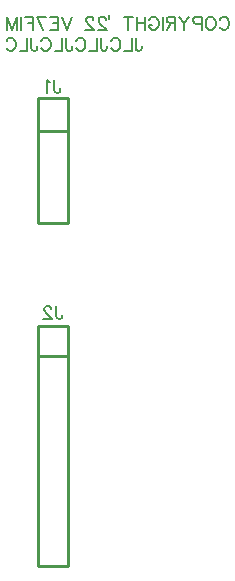
<source format=gbo>
G04 Layer: BottomSilkscreenLayer*
G04 Panelize: , Column: 2, Row: 2, Board Size: 27.94mm x 58.42mm, Panelized Board Size: 57.88mm x 118.84mm*
G04 EasyEDA v6.5.34, 2023-08-01 23:33:27*
G04 b51b2e2071534479880d9ec3b26c503f,5a6b42c53f6a479593ecc07194224c93,10*
G04 Gerber Generator version 0.2*
G04 Scale: 100 percent, Rotated: No, Reflected: No *
G04 Dimensions in millimeters *
G04 leading zeros omitted , absolute positions ,4 integer and 5 decimal *
%FSLAX45Y45*%
%MOMM*%

%ADD10C,0.1524*%
%ADD11C,0.1520*%
%ADD12C,0.2540*%

%LPD*%
D10*
X2589062Y5575752D02*
G01*
X2594259Y5586143D01*
X2604650Y5596534D01*
X2615039Y5601728D01*
X2635821Y5601728D01*
X2646212Y5596534D01*
X2656603Y5586143D01*
X2661800Y5575752D01*
X2666994Y5560164D01*
X2666994Y5534187D01*
X2661800Y5518602D01*
X2656603Y5508210D01*
X2646212Y5497819D01*
X2635821Y5492625D01*
X2615039Y5492625D01*
X2604650Y5497819D01*
X2594259Y5508210D01*
X2589062Y5518602D01*
X2523599Y5601728D02*
G01*
X2533990Y5596534D01*
X2544381Y5586143D01*
X2549578Y5575752D01*
X2554772Y5560164D01*
X2554772Y5534187D01*
X2549578Y5518602D01*
X2544381Y5508210D01*
X2533990Y5497819D01*
X2523599Y5492625D01*
X2502819Y5492625D01*
X2492428Y5497819D01*
X2482037Y5508210D01*
X2476840Y5518602D01*
X2471646Y5534187D01*
X2471646Y5560164D01*
X2476840Y5575752D01*
X2482037Y5586143D01*
X2492428Y5596534D01*
X2502819Y5601728D01*
X2523599Y5601728D01*
X2437356Y5601728D02*
G01*
X2437356Y5492625D01*
X2437356Y5601728D02*
G01*
X2390597Y5601728D01*
X2375009Y5596534D01*
X2369814Y5591337D01*
X2364620Y5580946D01*
X2364620Y5565360D01*
X2369814Y5554969D01*
X2375009Y5549775D01*
X2390597Y5544578D01*
X2437356Y5544578D01*
X2330330Y5601728D02*
G01*
X2288766Y5549775D01*
X2288766Y5492625D01*
X2247201Y5601728D02*
G01*
X2288766Y5549775D01*
X2212911Y5601728D02*
G01*
X2212911Y5492625D01*
X2212911Y5601728D02*
G01*
X2166152Y5601728D01*
X2150567Y5596534D01*
X2145370Y5591337D01*
X2140176Y5580946D01*
X2140176Y5570555D01*
X2145370Y5560164D01*
X2150567Y5554969D01*
X2166152Y5549775D01*
X2212911Y5549775D01*
X2176543Y5549775D02*
G01*
X2140176Y5492625D01*
X2105886Y5601728D02*
G01*
X2105886Y5492625D01*
X1993663Y5575752D02*
G01*
X1998860Y5586143D01*
X2009249Y5596534D01*
X2019640Y5601728D01*
X2040422Y5601728D01*
X2050813Y5596534D01*
X2061204Y5586143D01*
X2066399Y5575752D01*
X2071596Y5560164D01*
X2071596Y5534187D01*
X2066399Y5518602D01*
X2061204Y5508210D01*
X2050813Y5497819D01*
X2040422Y5492625D01*
X2019640Y5492625D01*
X2009249Y5497819D01*
X1998860Y5508210D01*
X1993663Y5518602D01*
X1993663Y5534187D01*
X2019640Y5534187D02*
G01*
X1993663Y5534187D01*
X1959373Y5601728D02*
G01*
X1959373Y5492625D01*
X1886638Y5601728D02*
G01*
X1886638Y5492625D01*
X1959373Y5549775D02*
G01*
X1886638Y5549775D01*
X1815980Y5601728D02*
G01*
X1815980Y5492625D01*
X1852348Y5601728D02*
G01*
X1779610Y5601728D01*
X1654919Y5617314D02*
G01*
X1654919Y5586143D01*
X1625826Y5575752D02*
G01*
X1625826Y5580946D01*
X1620629Y5591337D01*
X1615434Y5596534D01*
X1605043Y5601728D01*
X1584261Y5601728D01*
X1573870Y5596534D01*
X1568676Y5591337D01*
X1563479Y5580946D01*
X1563479Y5570555D01*
X1568676Y5560164D01*
X1579067Y5544578D01*
X1631020Y5492625D01*
X1558284Y5492625D01*
X1518800Y5575752D02*
G01*
X1518800Y5580946D01*
X1513603Y5591337D01*
X1508409Y5596534D01*
X1498018Y5601728D01*
X1477236Y5601728D01*
X1466844Y5596534D01*
X1461650Y5591337D01*
X1456453Y5580946D01*
X1456453Y5570555D01*
X1461650Y5560164D01*
X1472039Y5544578D01*
X1523994Y5492625D01*
X1451259Y5492625D01*
X1336959Y5601728D02*
G01*
X1295394Y5492625D01*
X1253830Y5601728D02*
G01*
X1295394Y5492625D01*
X1219540Y5601728D02*
G01*
X1219540Y5492625D01*
X1219540Y5601728D02*
G01*
X1151999Y5601728D01*
X1219540Y5549775D02*
G01*
X1177978Y5549775D01*
X1219540Y5492625D02*
G01*
X1151999Y5492625D01*
X1044973Y5601728D02*
G01*
X1096929Y5492625D01*
X1117709Y5601728D02*
G01*
X1044973Y5601728D01*
X1010683Y5601728D02*
G01*
X1010683Y5492625D01*
X1010683Y5601728D02*
G01*
X943142Y5601728D01*
X1010683Y5549775D02*
G01*
X969119Y5549775D01*
X908852Y5601728D02*
G01*
X908852Y5492625D01*
X874562Y5601728D02*
G01*
X874562Y5492625D01*
X874562Y5601728D02*
G01*
X833000Y5492625D01*
X791436Y5601728D02*
G01*
X833000Y5492625D01*
X791436Y5601728D02*
G01*
X791436Y5492625D01*
D11*
X1878444Y5423938D02*
G01*
X1878444Y5340812D01*
X1883641Y5325224D01*
X1888835Y5320029D01*
X1899226Y5314835D01*
X1909617Y5314835D01*
X1920008Y5320029D01*
X1925205Y5325224D01*
X1930400Y5340812D01*
X1930400Y5351203D01*
X1844154Y5423938D02*
G01*
X1844154Y5314835D01*
X1844154Y5314835D02*
G01*
X1781810Y5314835D01*
X1669587Y5397962D02*
G01*
X1674784Y5408353D01*
X1685175Y5418744D01*
X1695564Y5423938D01*
X1716346Y5423938D01*
X1726737Y5418744D01*
X1737128Y5408353D01*
X1742325Y5397962D01*
X1747520Y5382374D01*
X1747520Y5356397D01*
X1742325Y5340812D01*
X1737128Y5330421D01*
X1726737Y5320029D01*
X1716346Y5314835D01*
X1695564Y5314835D01*
X1685175Y5320029D01*
X1674784Y5330421D01*
X1669587Y5340812D01*
X1583344Y5423938D02*
G01*
X1583344Y5340812D01*
X1588538Y5325224D01*
X1593735Y5320029D01*
X1604124Y5314835D01*
X1614515Y5314835D01*
X1624906Y5320029D01*
X1630103Y5325224D01*
X1635297Y5340812D01*
X1635297Y5351203D01*
X1549054Y5423938D02*
G01*
X1549054Y5314835D01*
X1549054Y5314835D02*
G01*
X1486707Y5314835D01*
X1374485Y5397962D02*
G01*
X1379682Y5408353D01*
X1390073Y5418744D01*
X1400464Y5423938D01*
X1421244Y5423938D01*
X1431635Y5418744D01*
X1442026Y5408353D01*
X1447223Y5397962D01*
X1452417Y5382374D01*
X1452417Y5356397D01*
X1447223Y5340812D01*
X1442026Y5330421D01*
X1431635Y5320029D01*
X1421244Y5314835D01*
X1400464Y5314835D01*
X1390073Y5320029D01*
X1379682Y5330421D01*
X1374485Y5340812D01*
X1288242Y5423938D02*
G01*
X1288242Y5340812D01*
X1293436Y5325224D01*
X1298633Y5320029D01*
X1309024Y5314835D01*
X1319415Y5314835D01*
X1329804Y5320029D01*
X1335001Y5325224D01*
X1340195Y5340812D01*
X1340195Y5351203D01*
X1253952Y5423938D02*
G01*
X1253952Y5314835D01*
X1253952Y5314835D02*
G01*
X1191605Y5314835D01*
X1079385Y5397962D02*
G01*
X1084579Y5408353D01*
X1094971Y5418744D01*
X1105362Y5423938D01*
X1126144Y5423938D01*
X1136535Y5418744D01*
X1146924Y5408353D01*
X1152121Y5397962D01*
X1157315Y5382374D01*
X1157315Y5356397D01*
X1152121Y5340812D01*
X1146924Y5330421D01*
X1136535Y5320029D01*
X1126144Y5314835D01*
X1105362Y5314835D01*
X1094971Y5320029D01*
X1084579Y5330421D01*
X1079385Y5340812D01*
X993139Y5423938D02*
G01*
X993139Y5340812D01*
X998334Y5325224D01*
X1003531Y5320029D01*
X1013922Y5314835D01*
X1024313Y5314835D01*
X1034704Y5320029D01*
X1039898Y5325224D01*
X1045095Y5340812D01*
X1045095Y5351203D01*
X958850Y5423938D02*
G01*
X958850Y5314835D01*
X958850Y5314835D02*
G01*
X896505Y5314835D01*
X784283Y5397962D02*
G01*
X789477Y5408353D01*
X799868Y5418744D01*
X810260Y5423938D01*
X831042Y5423938D01*
X841433Y5418744D01*
X851824Y5408353D01*
X857018Y5397962D01*
X862215Y5382374D01*
X862215Y5356397D01*
X857018Y5340812D01*
X851824Y5330421D01*
X841433Y5320029D01*
X831042Y5314835D01*
X810260Y5314835D01*
X799868Y5320029D01*
X789477Y5330421D01*
X784283Y5340812D01*
D10*
X1187998Y5068267D02*
G01*
X1187998Y4985209D01*
X1193078Y4969715D01*
X1198158Y4964381D01*
X1208572Y4959301D01*
X1218986Y4959301D01*
X1229400Y4964381D01*
X1234734Y4969715D01*
X1239814Y4985209D01*
X1239814Y4995623D01*
X1153708Y5047439D02*
G01*
X1143294Y5052773D01*
X1127546Y5068267D01*
X1127546Y4959301D01*
X1204231Y3153410D02*
G01*
X1204231Y3070352D01*
X1209311Y3054604D01*
X1214645Y3049523D01*
X1224805Y3044189D01*
X1235219Y3044189D01*
X1245633Y3049523D01*
X1250967Y3054604D01*
X1256047Y3070352D01*
X1256047Y3080765D01*
X1164607Y3127502D02*
G01*
X1164607Y3132581D01*
X1159527Y3142995D01*
X1154193Y3148329D01*
X1143779Y3153410D01*
X1123205Y3153410D01*
X1112791Y3148329D01*
X1107457Y3142995D01*
X1102377Y3132581D01*
X1102377Y3122168D01*
X1107457Y3111754D01*
X1117871Y3096260D01*
X1169941Y3044189D01*
X1097043Y3044189D01*
D12*
X1052918Y3858887D02*
G01*
X1306918Y3858887D01*
X1052918Y4916888D02*
G01*
X1052918Y3858887D01*
X1052918Y4639536D02*
G01*
X1306918Y4639536D01*
X1306918Y4916888D02*
G01*
X1306918Y3858887D01*
X1052918Y4916888D02*
G01*
X1306918Y4916888D01*
X1052896Y955283D02*
G01*
X1306896Y955283D01*
X1306896Y2987278D01*
X1052896Y2987278D01*
X1052896Y955283D01*
X1052896Y2730929D02*
G01*
X1306896Y2730929D01*
M02*

</source>
